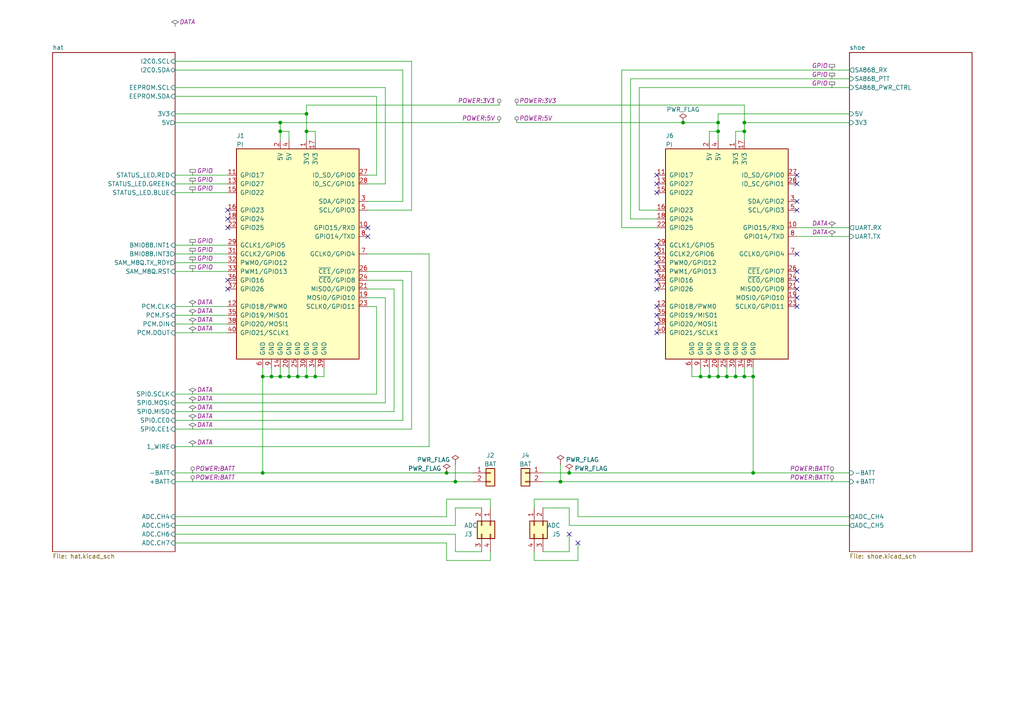
<source format=kicad_sch>
(kicad_sch (version 20230121) (generator eeschema)
  (paper "A4")
  (title_block (title "Giraffe Flight Computer") (rev "1-A") (company "Joshua Jerred"))
  (lib_symbols
    (symbol "Connector_Generic:Conn_01x02" (pin_names (offset 1.016) hide)
      (property "Reference" "J" (at 0 2.54 0))
      (property "Value" "Conn_01x02" (at 0 -5.08 0))
      (symbol "Conn_01x02_1_1"
        (rectangle (start -1.27 -2.413) (end 0 -2.667) (stroke (width 0.1524)))
        (rectangle (start -1.27 0.127) (end 0 -0.127) (stroke (width 0.1524)))
        (rectangle (start -1.27 1.27) (end 1.27 -3.81) (stroke (width 0.254)) (fill (type background)))
        (pin passive line (at -5.08 0 0) (length 3.81) (name "Pin_1") (number "1"))
        (pin passive line (at -5.08 -2.54 0) (length 3.81) (name "Pin_2") (number "2"))
      )
    )
    (symbol "Connector_Generic:Conn_02x02_Counter_Clockwise" (pin_names (offset 1.016) hide)
      (property "Reference" "J" (at 1.27 2.54 0))
      (property "Value" "Conn_02x02_Counter_Clockwise" (at 1.27 -5.08 0))
      (symbol "Conn_02x02_Counter_Clockwise_1_1"
        (rectangle (start -1.27 -2.413) (end 0 -2.667) (stroke (width 0.1524)))
        (rectangle (start -1.27 0.127) (end 0 -0.127) (stroke (width 0.1524)))
        (rectangle (start -1.27 1.27) (end 3.81 -3.81) (stroke (width 0.254)) (fill (type background)))
        (rectangle (start 3.81 -2.413) (end 2.54 -2.667) (stroke (width 0.1524)))
        (rectangle (start 3.81 0.127) (end 2.54 -0.127) (stroke (width 0.1524)))
        (pin passive line (at -5.08 0 0) (length 3.81) (name "Pin_1") (number "1"))
        (pin passive line (at -5.08 -2.54 0) (length 3.81) (name "Pin_2") (number "2"))
        (pin passive line (at 7.62 -2.54 180) (length 3.81) (name "Pin_3") (number "3"))
        (pin passive line (at 7.62 0 180) (length 3.81) (name "Pin_4") (number "4"))
      )
    )
    (symbol "giraffe_symbols:pi_zero" (pin_names (offset 1.016))
      (property "Reference" "J3" (at -17.78 31.75 0))
      (property "Value" "PI_HEADER_HAT" (at 6.35 31.75 0))
      (symbol "pi_zero_0_1"
        (rectangle (start -17.78 30.48) (end 17.78 -30.48) (stroke (width 0.254)) (fill (type background)))
      )
      (symbol "pi_zero_1_1"
        (pin power_out line (at 2.54 33.02 270) (length 2.54) (name "3V3") (number "1"))
        (pin bidirectional line (at 20.32 7.62 180) (length 2.54) (name "GPIO15/RXD") (number "10"))
        (pin bidirectional line (at -20.32 22.86 0) (length 2.54) (name "GPIO17") (number "11"))
        (pin bidirectional line (at -20.32 -15.24 0) (length 2.54) (name "GPIO18/PWM0") (number "12"))
        (pin bidirectional line (at -20.32 20.32 0) (length 2.54) (name "GPIO27") (number "13"))
        (pin power_in line (at -5.08 -33.02 90) (length 2.54) (name "GND") (number "14"))
        (pin bidirectional line (at -20.32 17.78 0) (length 2.54) (name "GPIO22") (number "15"))
        (pin bidirectional line (at -20.32 12.7 0) (length 2.54) (name "GPIO23") (number "16"))
        (pin passive line (at 5.08 33.02 270) (length 2.54) (name "3V3") (number "17"))
        (pin bidirectional line (at -20.32 10.16 0) (length 2.54) (name "GPIO24") (number "18"))
        (pin bidirectional line (at 20.32 -12.7 180) (length 2.54) (name "MOSI0/GPIO10") (number "19"))
        (pin power_in line (at -5.08 33.02 270) (length 2.54) (name "5V") (number "2"))
        (pin power_in line (at -2.54 -33.02 90) (length 2.54) (name "GND") (number "20"))
        (pin bidirectional line (at 20.32 -10.16 180) (length 2.54) (name "MISO0/GPIO9") (number "21"))
        (pin bidirectional line (at -20.32 7.62 0) (length 2.54) (name "GPIO25") (number "22"))
        (pin bidirectional line (at 20.32 -15.24 180) (length 2.54) (name "SCLK0/GPIO11") (number "23"))
        (pin bidirectional line (at 20.32 -7.62 180) (length 2.54) (name "~{CE0}/GPIO8") (number "24"))
        (pin power_in line (at 0 -33.02 90) (length 2.54) (name "GND") (number "25"))
        (pin bidirectional line (at 20.32 -5.08 180) (length 2.54) (name "~{CE1}/GPIO7") (number "26"))
        (pin bidirectional line (at 20.32 22.86 180) (length 2.54) (name "ID_SD/GPIO0") (number "27"))
        (pin bidirectional line (at 20.32 20.32 180) (length 2.54) (name "ID_SC/GPIO1") (number "28"))
        (pin bidirectional line (at -20.32 2.54 0) (length 2.54) (name "GCLK1/GPIO5") (number "29"))
        (pin bidirectional line (at 20.32 15.24 180) (length 2.54) (name "SDA/GPIO2") (number "3"))
        (pin power_in line (at 2.54 -33.02 90) (length 2.54) (name "GND") (number "30"))
        (pin bidirectional line (at -20.32 0 0) (length 2.54) (name "GCLK2/GPIO6") (number "31"))
        (pin bidirectional line (at -20.32 -2.54 0) (length 2.54) (name "PWM0/GPIO12") (number "32"))
        (pin bidirectional line (at -20.32 -5.08 0) (length 2.54) (name "PWM1/GPIO13") (number "33"))
        (pin power_in line (at 5.08 -33.02 90) (length 2.54) (name "GND") (number "34"))
        (pin bidirectional line (at -20.32 -17.78 0) (length 2.54) (name "GPIO19/MISO1") (number "35"))
        (pin bidirectional line (at -20.32 -7.62 0) (length 2.54) (name "GPIO16") (number "36"))
        (pin bidirectional line (at -20.32 -10.16 0) (length 2.54) (name "GPIO26") (number "37"))
        (pin bidirectional line (at -20.32 -20.32 0) (length 2.54) (name "GPIO20/MOSI1") (number "38"))
        (pin power_in line (at 7.62 -33.02 90) (length 2.54) (name "GND") (number "39"))
        (pin power_in line (at -2.54 33.02 270) (length 2.54) (name "5V") (number "4"))
        (pin bidirectional line (at -20.32 -22.86 0) (length 2.54) (name "GPIO21/SCLK1") (number "40"))
        (pin bidirectional line (at 20.32 12.7 180) (length 2.54) (name "SCL/GPIO3") (number "5"))
        (pin power_in line (at -10.16 -33.02 90) (length 2.54) (name "GND") (number "6"))
        (pin bidirectional line (at 20.32 0 180) (length 2.54) (name "GCLK0/GPIO4") (number "7"))
        (pin bidirectional line (at 20.32 5.08 180) (length 2.54) (name "GPIO14/TXD") (number "8"))
        (pin power_in line (at -7.62 -33.02 90) (length 2.54) (name "GND") (number "9"))
      )
    )
    (symbol "power:PWR_FLAG" (power) (pin_numbers hide) (pin_names (offset 0) hide)
      (property "Value" "PWR_FLAG" (at 0 3.81 0))
      (symbol "PWR_FLAG_0_0"
        (pin power_out line (at 0 0 90) (length 0) (name "pwr") (number "1"))
      )
      (symbol "PWR_FLAG_0_1"
        (polyline (pts (xy 0 0) (xy 0 1.27) (xy -1.016 1.905) (xy 0 2.54) (xy 1.016 1.905) (xy 0 1.27)))
      )
    )
  )
  (junction (at 86.36 109.22))
  (junction (at 91.44 109.22))
  (junction (at 76.2 109.22))
  (junction (at 165.1 137.16))
  (junction (at 78.74 109.22))
  (junction (at 88.9 109.22))
  (junction (at 198.12 35.56))
  (junction (at 81.28 109.22))
  (junction (at 208.28 38.1))
  (junction (at 129.54 137.16))
  (junction (at 215.9 109.22))
  (junction (at 162.56 139.7))
  (junction (at 210.82 109.22))
  (junction (at 215.9 35.56))
  (junction (at 215.9 38.1))
  (junction (at 213.36 109.22))
  (junction (at 88.9 33.02))
  (junction (at 203.2 109.22))
  (junction (at 208.28 35.56))
  (junction (at 83.82 109.22))
  (junction (at 218.44 109.22))
  (junction (at 218.44 137.16))
  (junction (at 132.08 139.7))
  (junction (at 88.9 38.1))
  (junction (at 76.2 137.16))
  (junction (at 208.28 109.22))
  (junction (at 81.28 35.56))
  (junction (at 205.74 109.22))
  (junction (at 81.28 38.1))
  (no_connect (at 190.5 83.82))
  (no_connect (at 231.14 50.8))
  (no_connect (at 231.14 78.74))
  (no_connect (at 231.14 58.42))
  (no_connect (at 167.64 157.48))
  (no_connect (at 190.5 88.9))
  (no_connect (at 231.14 81.28))
  (no_connect (at 231.14 60.96))
  (no_connect (at 231.14 88.9))
  (no_connect (at 190.5 73.66))
  (no_connect (at 66.04 66.04))
  (no_connect (at 190.5 91.44))
  (no_connect (at 66.04 63.5))
  (no_connect (at 190.5 96.52))
  (no_connect (at 190.5 55.88))
  (no_connect (at 66.04 81.28))
  (no_connect (at 231.14 83.82))
  (no_connect (at 66.04 60.96))
  (no_connect (at 231.14 73.66))
  (no_connect (at 190.5 53.34))
  (no_connect (at 106.68 66.04))
  (no_connect (at 106.68 68.58))
  (no_connect (at 190.5 78.74))
  (no_connect (at 190.5 76.2))
  (no_connect (at 231.14 53.34))
  (no_connect (at 190.5 93.98))
  (no_connect (at 165.1 154.94))
  (no_connect (at 66.04 83.82))
  (no_connect (at 190.5 71.12))
  (no_connect (at 190.5 50.8))
  (no_connect (at 231.14 86.36))
  (no_connect (at 190.5 81.28))
  (wire (pts (xy 246.38 137.16) (xy 218.44 137.16)))
  (wire (pts (xy 50.8 55.88) (xy 66.04 55.88)))
  (wire (pts (xy 132.08 154.94) (xy 132.08 160.02)))
  (wire (pts (xy 116.84 81.28) (xy 116.84 121.92)))
  (wire (pts (xy 165.1 137.16) (xy 218.44 137.16)))
  (wire (pts (xy 180.34 66.04) (xy 190.5 66.04)))
  (wire (pts (xy 205.74 109.22) (xy 208.28 109.22)))
  (wire (pts (xy 81.28 109.22) (xy 78.74 109.22)))
  (wire (pts (xy 93.98 106.68) (xy 93.98 109.22)))
  (wire (pts (xy 86.36 106.68) (xy 86.36 109.22)))
  (wire (pts (xy 88.9 106.68) (xy 88.9 109.22)))
  (wire (pts (xy 208.28 38.1) (xy 208.28 40.64)))
  (wire (pts (xy 88.9 109.22) (xy 86.36 109.22)))
  (wire (pts (xy 167.64 157.48) (xy 167.64 162.56)))
  (wire (pts (xy 246.38 149.86) (xy 167.64 149.86)))
  (wire (pts (xy 106.68 58.42) (xy 116.84 58.42)))
  (wire (pts (xy 132.08 160.02) (xy 139.7 160.02)))
  (wire (pts (xy 119.38 17.78) (xy 119.38 60.96)))
  (wire (pts (xy 50.8 152.4) (xy 132.08 152.4)))
  (wire (pts (xy 246.38 22.86) (xy 182.88 22.86)))
  (wire (pts (xy 246.38 25.4) (xy 185.42 25.4)))
  (wire (pts (xy 83.82 40.64) (xy 83.82 38.1)))
  (wire (pts (xy 208.28 106.68) (xy 208.28 109.22)))
  (wire (pts (xy 106.68 86.36) (xy 111.76 86.36)))
  (wire (pts (xy 111.76 116.84) (xy 111.76 86.36)))
  (wire (pts (xy 167.64 162.56) (xy 154.94 162.56)))
  (wire (pts (xy 106.68 88.9) (xy 109.22 88.9)))
  (wire (pts (xy 91.44 106.68) (xy 91.44 109.22)))
  (wire (pts (xy 200.66 106.68) (xy 200.66 109.22)))
  (wire (pts (xy 157.48 139.7) (xy 162.56 139.7)))
  (wire (pts (xy 81.28 106.68) (xy 81.28 109.22)))
  (wire (pts (xy 215.9 35.56) (xy 215.9 30.48)))
  (wire (pts (xy 129.54 162.56) (xy 142.24 162.56)))
  (wire (pts (xy 109.22 27.94) (xy 109.22 50.8)))
  (wire (pts (xy 76.2 137.16) (xy 129.54 137.16)))
  (wire (pts (xy 208.28 35.56) (xy 208.28 38.1)))
  (wire (pts (xy 205.74 106.68) (xy 205.74 109.22)))
  (wire (pts (xy 215.9 106.68) (xy 215.9 109.22)))
  (wire (pts (xy 50.8 53.34) (xy 66.04 53.34)))
  (wire (pts (xy 88.9 30.48) (xy 88.9 33.02)))
  (wire (pts (xy 78.74 106.68) (xy 78.74 109.22)))
  (wire (pts (xy 246.38 152.4) (xy 165.1 152.4)))
  (wire (pts (xy 165.1 160.02) (xy 157.48 160.02)))
  (wire (pts (xy 165.1 147.32) (xy 157.48 147.32)))
  (wire (pts (xy 76.2 106.68) (xy 76.2 109.22)))
  (wire (pts (xy 50.8 129.54) (xy 124.46 129.54)))
  (wire (pts (xy 106.68 73.66) (xy 124.46 73.66)))
  (wire (pts (xy 106.68 78.74) (xy 119.38 78.74)))
  (wire (pts (xy 76.2 109.22) (xy 76.2 137.16)))
  (wire (pts (xy 111.76 53.34) (xy 111.76 25.4)))
  (wire (pts (xy 149.86 30.48) (xy 215.9 30.48)))
  (wire (pts (xy 129.54 144.78) (xy 142.24 144.78)))
  (wire (pts (xy 218.44 109.22) (xy 218.44 137.16)))
  (wire (pts (xy 180.34 20.32) (xy 180.34 66.04)))
  (wire (pts (xy 213.36 40.64) (xy 213.36 38.1)))
  (wire (pts (xy 132.08 147.32) (xy 139.7 147.32)))
  (wire (pts (xy 106.68 83.82) (xy 114.3 83.82)))
  (wire (pts (xy 124.46 129.54) (xy 124.46 73.66)))
  (wire (pts (xy 50.8 91.44) (xy 66.04 91.44)))
  (wire (pts (xy 205.74 38.1) (xy 208.28 38.1)))
  (wire (pts (xy 116.84 20.32) (xy 116.84 58.42)))
  (wire (pts (xy 78.74 109.22) (xy 76.2 109.22)))
  (wire (pts (xy 203.2 106.68) (xy 203.2 109.22)))
  (wire (pts (xy 215.9 35.56) (xy 215.9 38.1)))
  (wire (pts (xy 50.8 124.46) (xy 119.38 124.46)))
  (wire (pts (xy 88.9 38.1) (xy 88.9 40.64)))
  (wire (pts (xy 106.68 50.8) (xy 109.22 50.8)))
  (wire (pts (xy 165.1 147.32) (xy 165.1 152.4)))
  (wire (pts (xy 167.64 149.86) (xy 167.64 144.78)))
  (wire (pts (xy 106.68 53.34) (xy 111.76 53.34)))
  (wire (pts (xy 129.54 149.86) (xy 129.54 144.78)))
  (wire (pts (xy 50.8 76.2) (xy 66.04 76.2)))
  (wire (pts (xy 119.38 78.74) (xy 119.38 124.46)))
  (wire (pts (xy 142.24 162.56) (xy 142.24 160.02)))
  (wire (pts (xy 119.38 60.96) (xy 106.68 60.96)))
  (wire (pts (xy 200.66 109.22) (xy 203.2 109.22)))
  (wire (pts (xy 208.28 109.22) (xy 210.82 109.22)))
  (wire (pts (xy 50.8 17.78) (xy 119.38 17.78)))
  (wire (pts (xy 246.38 33.02) (xy 208.28 33.02)))
  (wire (pts (xy 50.8 137.16) (xy 76.2 137.16)))
  (wire (pts (xy 132.08 147.32) (xy 132.08 152.4)))
  (wire (pts (xy 182.88 63.5) (xy 190.5 63.5)))
  (wire (pts (xy 50.8 78.74) (xy 66.04 78.74)))
  (wire (pts (xy 83.82 106.68) (xy 83.82 109.22)))
  (wire (pts (xy 88.9 33.02) (xy 88.9 38.1)))
  (wire (pts (xy 162.56 134.62) (xy 162.56 139.7)))
  (wire (pts (xy 93.98 109.22) (xy 91.44 109.22)))
  (wire (pts (xy 165.1 154.94) (xy 165.1 160.02)))
  (wire (pts (xy 231.14 68.58) (xy 246.38 68.58)))
  (wire (pts (xy 205.74 40.64) (xy 205.74 38.1)))
  (wire (pts (xy 91.44 38.1) (xy 88.9 38.1)))
  (wire (pts (xy 83.82 109.22) (xy 81.28 109.22)))
  (wire (pts (xy 129.54 157.48) (xy 129.54 162.56)))
  (wire (pts (xy 81.28 38.1) (xy 81.28 40.64)))
  (wire (pts (xy 246.38 20.32) (xy 180.34 20.32)))
  (wire (pts (xy 50.8 139.7) (xy 132.08 139.7)))
  (wire (pts (xy 50.8 71.12) (xy 66.04 71.12)))
  (wire (pts (xy 50.8 114.3) (xy 109.22 114.3)))
  (wire (pts (xy 208.28 33.02) (xy 208.28 35.56)))
  (wire (pts (xy 231.14 66.04) (xy 246.38 66.04)))
  (wire (pts (xy 50.8 96.52) (xy 66.04 96.52)))
  (wire (pts (xy 132.08 134.62) (xy 132.08 139.7)))
  (wire (pts (xy 213.36 38.1) (xy 215.9 38.1)))
  (wire (pts (xy 162.56 139.7) (xy 246.38 139.7)))
  (wire (pts (xy 109.22 88.9) (xy 109.22 114.3)))
  (wire (pts (xy 210.82 106.68) (xy 210.82 109.22)))
  (wire (pts (xy 213.36 109.22) (xy 215.9 109.22)))
  (wire (pts (xy 111.76 25.4) (xy 50.8 25.4)))
  (wire (pts (xy 106.68 81.28) (xy 116.84 81.28)))
  (wire (pts (xy 215.9 109.22) (xy 218.44 109.22)))
  (wire (pts (xy 149.86 35.56) (xy 198.12 35.56)))
  (wire (pts (xy 50.8 73.66) (xy 66.04 73.66)))
  (wire (pts (xy 132.08 139.7) (xy 137.16 139.7)))
  (wire (pts (xy 50.8 154.94) (xy 132.08 154.94)))
  (wire (pts (xy 210.82 109.22) (xy 213.36 109.22)))
  (wire (pts (xy 86.36 109.22) (xy 83.82 109.22)))
  (wire (pts (xy 246.38 35.56) (xy 215.9 35.56)))
  (wire (pts (xy 81.28 35.56) (xy 81.28 38.1)))
  (wire (pts (xy 50.8 88.9) (xy 66.04 88.9)))
  (wire (pts (xy 50.8 93.98) (xy 66.04 93.98)))
  (wire (pts (xy 157.48 137.16) (xy 165.1 137.16)))
  (wire (pts (xy 198.12 35.56) (xy 208.28 35.56)))
  (wire (pts (xy 81.28 35.56) (xy 144.78 35.56)))
  (wire (pts (xy 50.8 119.38) (xy 114.3 119.38)))
  (wire (pts (xy 185.42 25.4) (xy 185.42 60.96)))
  (wire (pts (xy 50.8 157.48) (xy 129.54 157.48)))
  (wire (pts (xy 88.9 30.48) (xy 144.78 30.48)))
  (wire (pts (xy 142.24 147.32) (xy 142.24 144.78)))
  (wire (pts (xy 167.64 144.78) (xy 154.94 144.78)))
  (wire (pts (xy 218.44 106.68) (xy 218.44 109.22)))
  (wire (pts (xy 50.8 116.84) (xy 111.76 116.84)))
  (wire (pts (xy 215.9 38.1) (xy 215.9 40.64)))
  (wire (pts (xy 50.8 121.92) (xy 116.84 121.92)))
  (wire (pts (xy 50.8 20.32) (xy 116.84 20.32)))
  (wire (pts (xy 91.44 109.22) (xy 88.9 109.22)))
  (wire (pts (xy 50.8 149.86) (xy 129.54 149.86)))
  (wire (pts (xy 182.88 22.86) (xy 182.88 63.5)))
  (wire (pts (xy 50.8 50.8) (xy 66.04 50.8)))
  (wire (pts (xy 50.8 33.02) (xy 88.9 33.02)))
  (wire (pts (xy 154.94 162.56) (xy 154.94 160.02)))
  (wire (pts (xy 91.44 40.64) (xy 91.44 38.1)))
  (wire (pts (xy 50.8 35.56) (xy 81.28 35.56)))
  (wire (pts (xy 50.8 27.94) (xy 109.22 27.94)))
  (wire (pts (xy 203.2 109.22) (xy 205.74 109.22)))
  (wire (pts (xy 213.36 106.68) (xy 213.36 109.22)))
  (wire (pts (xy 129.54 137.16) (xy 137.16 137.16)))
  (wire (pts (xy 185.42 60.96) (xy 190.5 60.96)))
  (wire (pts (xy 114.3 119.38) (xy 114.3 83.82)))
  (wire (pts (xy 83.82 38.1) (xy 81.28 38.1)))
  (wire (pts (xy 154.94 147.32) (xy 154.94 144.78)))
  (netclass_flag "" (length 1.25) (shape round) (at 144.78 35.56 0) (property "Netclass" "POWER:5V" (at 143.51 34.29 0) (effects (font italic) (justify right))))
  (netclass_flag "" (length 1.25) (shape diamond) (at 55.88 88.9 0) (property "Netclass" "DATA" (at 57.0865 87.65 0) (effects (font italic) (justify left))))
  (netclass_flag "" (length 1.25) (shape rectangle) (at 241.3 20.32 0) (property "Netclass" "GPIO" (at 240.0935 19.07 0) (effects (font italic) (justify right))))
  (netclass_flag "" (length 1.25) (shape diamond) (at 241.3 66.04 0) (property "Netclass" "DATA" (at 240.0935 64.79 0) (effects (font italic) (justify right))))
  (netclass_flag "" (length 1.25) (shape rectangle) (at 55.88 55.88 0) (property "Netclass" "GPIO" (at 57.0865 54.63 0) (effects (font italic) (justify left))))
  (netclass_flag "" (length 1.25) (shape rectangle) (at 55.88 71.12 0) (property "Netclass" "GPIO" (at 57.0865 69.87 0) (effects (font italic) (justify left))))
  (netclass_flag "" (length 1.25) (shape diamond) (at 241.3 68.58 0) (property "Netclass" "DATA" (at 240.0935 67.33 0) (effects (font italic) (justify right))))
  (netclass_flag "" (length 1.25) (shape diamond) (at 55.88 96.52 0) (property "Netclass" "DATA" (at 57.0865 95.27 0) (effects (font italic) (justify left))))
  (netclass_flag "" (length 1.25) (shape round) (at 149.86 35.56 0) (property "Netclass" "POWER:5V" (at 150.5585 34.31 0) (effects (font italic) (justify left))))
  (netclass_flag "" (length 1.25) (shape rectangle) (at 55.88 53.34 0) (property "Netclass" "GPIO" (at 57.0865 52.09 0) (effects (font italic) (justify left))))
  (netclass_flag "" (length 1.25) (shape round) (at 144.78 30.48 0) (property "Netclass" "POWER:3V3" (at 143.51 29.21 0) (effects (font italic) (justify right))))
  (netclass_flag "" (length 1.25) (shape round) (at 241.3 137.16 0) (property "Netclass" "POWER:BATT" (at 240.6015 135.91 0) (effects (font italic) (justify right))))
  (netclass_flag "" (length 1.25) (shape rectangle) (at 241.3 25.4 0) (property "Netclass" "GPIO" (at 240.0935 24.15 0) (effects (font italic) (justify right))))
  (netclass_flag "" (length 1.25) (shape rectangle) (at 55.88 78.74 0) (property "Netclass" "GPIO" (at 57.0865 77.49 0) (effects (font italic) (justify left))))
  (netclass_flag "" (length 1.25) (shape round) (at 55.88 137.16 0) (property "Netclass" "POWER:BATT" (at 56.5785 135.91 0) (effects (font italic) (justify left))))
  (netclass_flag "" (length 1.25) (shape round) (at 149.86 30.48 0) (property "Netclass" "POWER:3V3" (at 150.5585 29.23 0) (effects (font italic) (justify left))))
  (netclass_flag "" (length 1.25) (shape rectangle) (at 55.88 50.8 0) (property "Netclass" "GPIO" (at 57.0865 49.55 0) (effects (font italic) (justify left))))
  (netclass_flag "" (length 1.25) (shape diamond) (at 55.88 129.54 0) (property "Netclass" "DATA" (at 57.0865 128.29 0) (effects (font italic) (justify left))))
  (netclass_flag "" (length 1.25) (shape diamond) (at 55.88 93.98 0) (property "Netclass" "DATA" (at 57.0865 92.73 0) (effects (font italic) (justify left))))
  (netclass_flag "" (length 1.25) (shape diamond) (at 55.88 119.38 0) (property "Netclass" "DATA" (at 57.0865 118.13 0) (effects (font italic) (justify left))))
  (netclass_flag "" (length 1.25) (shape diamond) (at 55.88 124.46 0) (property "Netclass" "DATA" (at 57.0865 123.21 0) (effects (font italic) (justify left))))
  (netclass_flag "" (length 1.25) (shape diamond) (at 55.88 116.84 0) (property "Netclass" "DATA" (at 57.0865 115.59 0) (effects (font italic) (justify left))))
  (netclass_flag "" (length 1.25) (shape rectangle) (at 241.3 22.86 0) (property "Netclass" "GPIO" (at 240.0935 21.61 0) (effects (font italic) (justify right))))
  (netclass_flag "" (length 1.25) (shape rectangle) (at 55.88 73.66 0) (property "Netclass" "GPIO" (at 57.0865 72.41 0) (effects (font italic) (justify left))))
  (netclass_flag "" (length 1.25) (shape diamond) (at 50.8 7.62 0) (property "Netclass" "DATA" (at 52.0065 6.37 0) (effects (font italic) (justify left))))
  (netclass_flag "" (length 1.25) (shape diamond) (at 55.88 91.44 0) (property "Netclass" "DATA" (at 57.0865 90.19 0) (effects (font italic) (justify left))))
  (netclass_flag "" (length 1.25) (shape diamond) (at 55.88 114.3 0) (property "Netclass" "DATA" (at 57.0865 113.05 0) (effects (font italic) (justify left))))
  (netclass_flag "" (length 1.25) (shape round) (at 241.3 139.7 0) (property "Netclass" "POWER:BATT" (at 240.6015 138.45 0) (effects (font italic) (justify right))))
  (netclass_flag "" (length 1.25) (shape rectangle) (at 55.88 76.2 0) (property "Netclass" "GPIO" (at 57.0865 74.95 0) (effects (font italic) (justify left))))
  (netclass_flag "" (length 1.25) (shape diamond) (at 55.88 121.92 0) (property "Netclass" "DATA" (at 57.0865 120.67 0) (effects (font italic) (justify left))))
  (netclass_flag "" (length 1.25) (shape round) (at 55.88 139.7 0) (property "Netclass" "POWER:BATT" (at 56.5785 138.45 0) (effects (font italic) (justify left))))
  (symbol (lib_id "power:PWR_FLAG") (at 129.54 137.16 0) (mirror y) (unit 1)
    (property "Reference" "#FLG01" (effects hide))
    (property "Value" "PWR_FLAG" (at 123.19 135.89 0))
  )
  (symbol (lib_id "giraffe_symbols:pi_zero") (at 210.82 73.66 0) (unit 1)
    (property "Reference" "J6" (at 193.04 39.37 0) (effects (justify left)))
    (property "Value" "PI" (at 193.04 41.91 0) (effects (justify left)))
    (property "Footprint" "giraffe_flight_computer_footprints:pi_zero" (effects hide))
    (property "Datasheet" "https://www.raspberrypi.org/documentation/hardware/raspberrypi/schematics/rpi_SCH_3bplus_1p0_reduced.pdf" (effects hide))
  )
  (symbol (lib_id "Connector_Generic:Conn_02x02_Counter_Clockwise") (at 142.24 152.4 270) (unit 1)
    (property "Reference" "J3" (at 134.62 154.94 90) (effects (justify left)))
    (property "Value" "ADC" (at 134.62 152.4 90) (effects (justify left)))
    (property "Footprint" "Connector_PinSocket_1.27mm:PinSocket_2x02_P1.27mm_Vertical" (effects hide))
  )
  (symbol (lib_id "Connector_Generic:Conn_01x02") (at 152.4 137.16 0) (mirror y) (unit 1)
    (property "Reference" "J4" (at 152.4 132.08 0))
    (property "Value" "BAT" (at 152.4 134.62 0))
    (property "Footprint" "giraffe_flight_computer_footprints:battery_connection" (effects hide))
  )
  (symbol (lib_id "power:PWR_FLAG") (at 198.12 35.56 0) (unit 1)
    (property "Reference" "#FLG05" (effects hide))
    (property "Value" "PWR_FLAG" (at 198.12 31.75 0))
  )
  (symbol (lib_id "power:PWR_FLAG") (at 162.56 134.62 0) (unit 1)
    (property "Reference" "#FLG03" (effects hide))
    (property "Value" "PWR_FLAG" (at 168.91 133.35 0))
  )
  (symbol (lib_id "power:PWR_FLAG") (at 165.1 137.16 0) (unit 1)
    (property "Reference" "#FLG04" (effects hide))
    (property "Value" "PWR_FLAG" (at 171.45 135.89 0))
  )
  (symbol (lib_id "Connector_Generic:Conn_02x02_Counter_Clockwise") (at 154.94 152.4 90) (mirror x) (unit 1)
    (property "Reference" "J5" (at 162.56 154.94 90) (effects (justify left)))
    (property "Value" "ADC" (at 162.56 152.4 90) (effects (justify left)))
    (property "Footprint" "Connector_PinSocket_1.27mm:PinSocket_2x02_P1.27mm_Vertical" (effects hide))
  )
  (symbol (lib_id "giraffe_symbols:pi_zero") (at 86.36 73.66 0) (unit 1)
    (property "Reference" "J1" (at 68.58 39.37 0) (effects (justify left)))
    (property "Value" "PI" (at 68.58 41.91 0) (effects (justify left)))
    (property "Footprint" "giraffe_flight_computer_footprints:pi_zero" (effects hide))
    (property "Datasheet" "https://www.raspberrypi.org/documentation/hardware/raspberrypi/schematics/rpi_SCH_3bplus_1p0_reduced.pdf" (effects hide))
  )
  (symbol (lib_id "power:PWR_FLAG") (at 132.08 134.62 0) (mirror y) (unit 1)
    (property "Reference" "#FLG02" (effects hide))
    (property "Value" "PWR_FLAG" (at 125.73 133.35 0))
  )
  (symbol (lib_id "Connector_Generic:Conn_01x02") (at 142.24 137.16 0) (unit 1)
    (property "Reference" "J2" (at 142.24 132.08 0))
    (property "Value" "BAT" (at 142.24 134.62 0))
    (property "Footprint" "giraffe_flight_computer_footprints:battery_connection" (effects hide))
  )
  (sheet (at 15.24 15.24) (size 35.56 144.78) (stroke (width 0.1524))
    (property "Sheetname" "hat" (at 15.24 14.5284 0) (effects (justify left bottom)))
    (property "Sheetfile" "hat.kicad_sch" (at 15.24 160.6046 0) (effects (justify left top)))
    (pin "1_WIRE" bidirectional (at 50.8 129.54 0))
    (pin "3V3" input (at 50.8 33.02 0))
    (pin "5V" output (at 50.8 35.56 0))
    (pin "+BATT" input (at 50.8 139.7 0))
    (pin "-BATT" input (at 50.8 137.16 0))
    (pin "BMI088.INT3" output (at 50.8 73.66 0))
    (pin "BMI088.INT1" input (at 50.8 71.12 0))
    (pin "SAM_M8Q.RST" input (at 50.8 78.74 0))
    (pin "SAM_M8Q.TX_RDY" output (at 50.8 76.2 0))
    (pin "STATUS_LED.RED" input (at 50.8 50.8 0))
    (pin "STATUS_LED.GREEN" input (at 50.8 53.34 0))
    (pin "STATUS_LED.BLUE" input (at 50.8 55.88 0))
    (pin "PCM.DIN" input (at 50.8 93.98 0))
    (pin "PCM.DOUT" input (at 50.8 96.52 0))
    (pin "PCM.CLK" input (at 50.8 88.9 0))
    (pin "PCM.FS" input (at 50.8 91.44 0))
    (pin "I2C0.SDA" bidirectional (at 50.8 20.32 0))
    (pin "I2C0.SCL" input (at 50.8 17.78 0))
    (pin "SPI0.CE1" input (at 50.8 124.46 0))
    (pin "SPI0.CE0" input (at 50.8 121.92 0))
    (pin "SPI0.SCLK" input (at 50.8 114.3 0))
    (pin "SPI0.MISO" input (at 50.8 119.38 0))
    (pin "SPI0.MOSI" input (at 50.8 116.84 0))
    (pin "EEPROM.SDA" input (at 50.8 27.94 0))
    (pin "EEPROM.SCL" input (at 50.8 25.4 0))
    (pin "ADC.CH4" input (at 50.8 149.86 0))
    (pin "ADC.CH5" input (at 50.8 152.4 0))
    (pin "ADC.CH6" input (at 50.8 154.94 0))
    (pin "ADC.CH7" input (at 50.8 157.48 0))
  )
  (sheet (at 246.38 15.24) (size 35.56 144.78) (stroke (width 0.1524))
    (property "Sheetname" "shoe" (at 246.38 14.5284 0) (effects (justify left bottom)))
    (property "Sheetfile" "shoe.kicad_sch" (at 246.38 160.6046 0) (effects (justify left top)))
    (pin "3V3" input (at 246.38 35.56 180))
    (pin "+BATT" input (at 246.38 139.7 180))
    (pin "-BATT" input (at 246.38 137.16 180))
    (pin "5V" input (at 246.38 33.02 180))
    (pin "UART.TX" input (at 246.38 68.58 180))
    (pin "UART.RX" output (at 246.38 66.04 180))
    (pin "SA868_PWR_CTRL" input (at 246.38 25.4 180))
    (pin "SA868_RX" output (at 246.38 20.32 180))
    (pin "SA868_PTT" input (at 246.38 22.86 180))
    (pin "ADC_CH5" output (at 246.38 152.4 180))
    (pin "ADC_CH4" output (at 246.38 149.86 180))
  )
)
</source>
